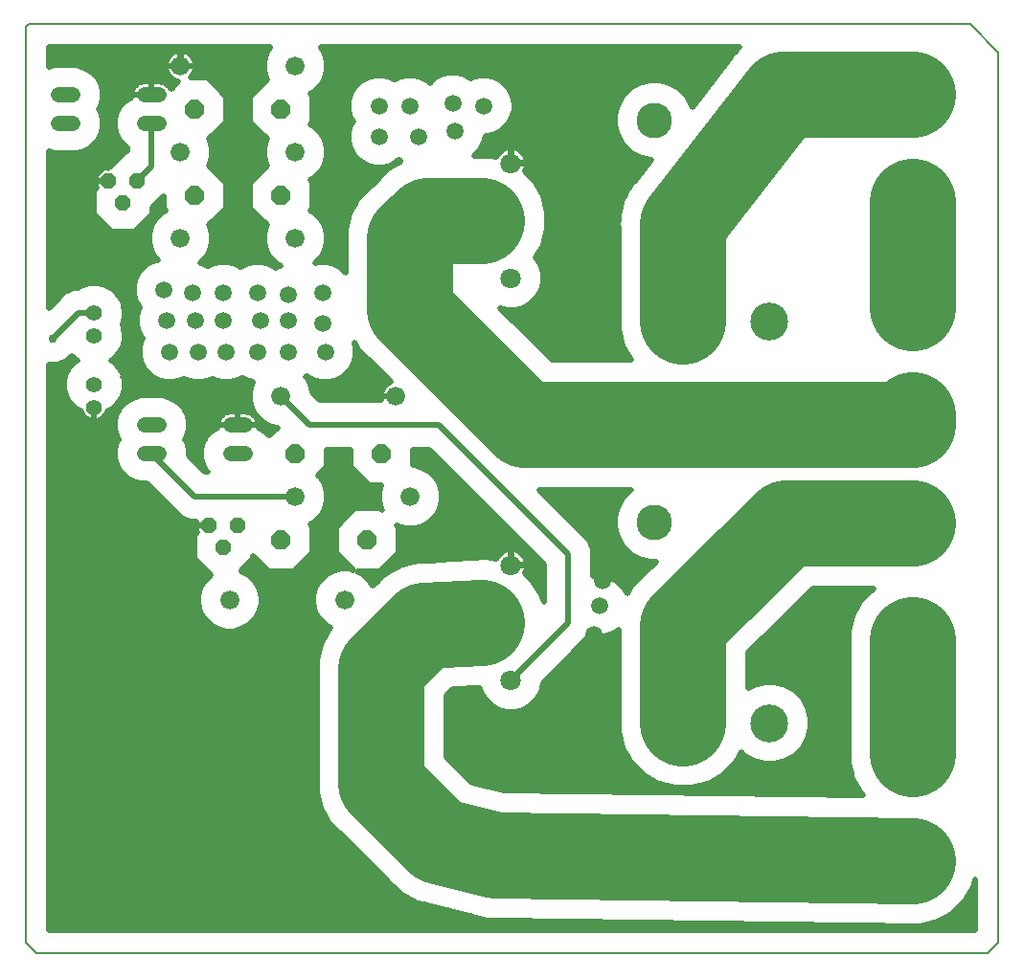
<source format=gbl>
G75*
%MOIN*%
%OFA0B0*%
%FSLAX25Y25*%
%IPPOS*%
%LPD*%
%AMOC8*
5,1,8,0,0,1.08239X$1,22.5*
%
%ADD10C,0.00787*%
%ADD11C,0.06600*%
%ADD12C,0.07087*%
%ADD13C,0.13189*%
%ADD14C,0.12362*%
%ADD15C,0.05200*%
%ADD16OC8,0.06600*%
%ADD17C,0.05600*%
%ADD18OC8,0.05200*%
%ADD19C,0.15000*%
%ADD20C,0.30000*%
%ADD21C,0.02978*%
%ADD22C,0.02000*%
%ADD23C,0.05906*%
D10*
X0043063Y0041803D02*
X0047000Y0037866D01*
X0377709Y0037866D01*
X0381646Y0041803D01*
X0381646Y0351843D01*
X0371803Y0361685D01*
X0044047Y0361685D01*
X0043063Y0360701D01*
X0043063Y0041803D01*
D11*
X0114126Y0161016D03*
X0154126Y0161016D03*
X0137000Y0197000D03*
X0177000Y0197000D03*
X0172000Y0232000D03*
X0132000Y0232000D03*
X0137000Y0287000D03*
X0137000Y0317000D03*
X0137000Y0347000D03*
X0097000Y0347000D03*
X0097000Y0317000D03*
X0097000Y0287000D03*
D12*
X0212000Y0273181D03*
X0212000Y0313181D03*
X0212000Y0173181D03*
X0212000Y0133181D03*
D13*
X0272000Y0118181D03*
X0302000Y0118181D03*
X0302000Y0258181D03*
X0272000Y0258181D03*
D14*
X0202000Y0293181D03*
X0262000Y0328181D03*
X0262000Y0188181D03*
X0202000Y0153181D03*
D15*
X0119600Y0212000D02*
X0114400Y0212000D01*
X0114400Y0222000D02*
X0119600Y0222000D01*
X0089600Y0222000D02*
X0084400Y0222000D01*
X0084400Y0212000D02*
X0089600Y0212000D01*
X0089600Y0327000D02*
X0084400Y0327000D01*
X0084400Y0337000D02*
X0089600Y0337000D01*
X0059600Y0337000D02*
X0054400Y0337000D01*
X0054400Y0327000D02*
X0059600Y0327000D01*
D16*
X0102000Y0332000D03*
X0132000Y0332000D03*
X0132000Y0302000D03*
X0102000Y0302000D03*
X0137000Y0212000D03*
X0167000Y0212000D03*
X0162000Y0182000D03*
X0132000Y0182000D03*
D17*
X0067000Y0228063D03*
X0067000Y0235937D03*
X0067000Y0253063D03*
X0067000Y0260937D03*
D18*
X0077000Y0299500D03*
X0072000Y0307000D03*
X0082000Y0307000D03*
X0107000Y0187000D03*
X0112000Y0179500D03*
X0117000Y0187000D03*
D19*
X0352000Y0187787D03*
X0352000Y0225189D03*
X0352000Y0262591D03*
X0352000Y0299598D03*
X0352000Y0337000D03*
X0352000Y0150386D03*
X0352000Y0107472D03*
X0352000Y0070071D03*
D20*
X0207000Y0072000D01*
X0187000Y0077000D01*
X0167000Y0097000D01*
X0167000Y0137000D01*
X0182000Y0152000D01*
X0202000Y0153181D01*
X0272000Y0152000D02*
X0272000Y0118181D01*
X0272000Y0152000D02*
X0307787Y0187787D01*
X0352000Y0187787D01*
X0352000Y0222000D02*
X0217000Y0222000D01*
X0177000Y0262000D01*
X0177000Y0287000D01*
X0183181Y0293181D01*
X0202000Y0293181D01*
X0272000Y0292000D02*
X0272000Y0258181D01*
X0272000Y0292000D02*
X0307000Y0337000D01*
X0352000Y0337000D01*
X0352000Y0299598D02*
X0352000Y0262591D01*
X0352000Y0225189D02*
X0352000Y0222000D01*
X0352000Y0147000D02*
X0352000Y0107472D01*
D21*
X0174953Y0137276D03*
X0167000Y0137000D03*
X0166094Y0129402D03*
X0052489Y0252000D03*
D22*
X0061426Y0260937D01*
X0067000Y0260937D01*
X0077400Y0260781D02*
X0082005Y0260781D01*
X0081723Y0259728D02*
X0081723Y0256949D01*
X0082442Y0254265D01*
X0083708Y0252073D01*
X0083426Y0251585D01*
X0082707Y0248901D01*
X0082707Y0246123D01*
X0083426Y0243439D01*
X0084816Y0241032D01*
X0086780Y0239068D01*
X0089187Y0237678D01*
X0091871Y0236959D01*
X0094649Y0236959D01*
X0097333Y0237678D01*
X0098181Y0238168D01*
X0099029Y0237678D01*
X0101713Y0236959D01*
X0104492Y0236959D01*
X0107176Y0237678D01*
X0108024Y0238168D01*
X0108872Y0237678D01*
X0111556Y0236959D01*
X0114334Y0236959D01*
X0117018Y0237678D01*
X0118358Y0238452D01*
X0119698Y0237678D01*
X0122291Y0236984D01*
X0121843Y0236207D01*
X0121100Y0233435D01*
X0121100Y0230565D01*
X0121843Y0227793D01*
X0123278Y0225307D01*
X0125307Y0223278D01*
X0127793Y0221843D01*
X0130565Y0221100D01*
X0130685Y0221100D01*
X0127794Y0218208D01*
X0127762Y0218263D01*
X0125863Y0220162D01*
X0124125Y0221165D01*
X0124200Y0221638D01*
X0124200Y0222000D01*
X0124200Y0222362D01*
X0124087Y0223077D01*
X0123863Y0223766D01*
X0123534Y0224411D01*
X0123109Y0224997D01*
X0122597Y0225509D01*
X0122011Y0225934D01*
X0121366Y0226263D01*
X0120677Y0226487D01*
X0119962Y0226600D01*
X0117000Y0226600D01*
X0117000Y0222200D01*
X0117000Y0222200D01*
X0117000Y0226600D01*
X0114038Y0226600D01*
X0113323Y0226487D01*
X0112634Y0226263D01*
X0111989Y0225934D01*
X0111403Y0225509D01*
X0110891Y0224997D01*
X0110466Y0224411D01*
X0110137Y0223766D01*
X0109913Y0223077D01*
X0109800Y0222362D01*
X0109800Y0222000D01*
X0112311Y0222000D01*
X0112311Y0222000D01*
X0109800Y0222000D01*
X0109800Y0221638D01*
X0109875Y0221165D01*
X0108137Y0220162D01*
X0106238Y0218263D01*
X0104895Y0215937D01*
X0104200Y0213343D01*
X0104200Y0210657D01*
X0104895Y0208063D01*
X0106238Y0205737D01*
X0106375Y0205600D01*
X0105562Y0205600D01*
X0099800Y0211362D01*
X0099800Y0213343D01*
X0099105Y0215937D01*
X0098491Y0217000D01*
X0099105Y0218063D01*
X0099800Y0220657D01*
X0099800Y0223343D01*
X0099105Y0225937D01*
X0097762Y0228263D01*
X0095863Y0230162D01*
X0093537Y0231505D01*
X0090943Y0232200D01*
X0083057Y0232200D01*
X0080463Y0231505D01*
X0078137Y0230162D01*
X0076238Y0228263D01*
X0074895Y0225937D01*
X0074200Y0223343D01*
X0074200Y0220657D01*
X0074895Y0218063D01*
X0075509Y0217000D01*
X0074895Y0215937D01*
X0074200Y0213343D01*
X0074200Y0210657D01*
X0074895Y0208063D01*
X0076238Y0205737D01*
X0078137Y0203838D01*
X0080463Y0202495D01*
X0083057Y0201800D01*
X0085038Y0201800D01*
X0094709Y0192128D01*
X0097128Y0189709D01*
X0100289Y0188400D01*
X0102400Y0188400D01*
X0102400Y0187000D01*
X0105075Y0187000D01*
X0102400Y0187000D01*
X0102400Y0185095D01*
X0102785Y0184710D01*
X0101800Y0183725D01*
X0101800Y0175275D01*
X0107385Y0169690D01*
X0105404Y0167709D01*
X0103969Y0165223D01*
X0103226Y0162451D01*
X0103226Y0159581D01*
X0103969Y0156809D01*
X0105404Y0154323D01*
X0107433Y0152294D01*
X0109919Y0150859D01*
X0112691Y0150116D01*
X0115561Y0150116D01*
X0118333Y0150859D01*
X0120819Y0152294D01*
X0122848Y0154323D01*
X0124283Y0156809D01*
X0125026Y0159581D01*
X0125026Y0162451D01*
X0124283Y0165223D01*
X0122848Y0167709D01*
X0120819Y0169738D01*
X0118333Y0171173D01*
X0118148Y0171223D01*
X0122200Y0175275D01*
X0122200Y0176385D01*
X0127485Y0171100D01*
X0136515Y0171100D01*
X0142900Y0177485D01*
X0142900Y0186515D01*
X0142073Y0187342D01*
X0143693Y0188278D01*
X0145722Y0190307D01*
X0147157Y0192793D01*
X0147900Y0195565D01*
X0147900Y0198435D01*
X0147157Y0201207D01*
X0145722Y0203693D01*
X0144915Y0204500D01*
X0147900Y0207485D01*
X0147900Y0213400D01*
X0156100Y0213400D01*
X0156100Y0207485D01*
X0162485Y0201100D01*
X0166814Y0201100D01*
X0166100Y0198435D01*
X0166100Y0195565D01*
X0166843Y0192793D01*
X0167144Y0192271D01*
X0166515Y0192900D01*
X0157485Y0192900D01*
X0151100Y0186515D01*
X0151100Y0177485D01*
X0157075Y0171510D01*
X0155561Y0171916D01*
X0152691Y0171916D01*
X0149919Y0171173D01*
X0147433Y0169738D01*
X0145404Y0167709D01*
X0143969Y0165223D01*
X0143226Y0162451D01*
X0143226Y0159581D01*
X0143969Y0156809D01*
X0145404Y0154323D01*
X0147433Y0152294D01*
X0149271Y0151232D01*
X0148916Y0150877D01*
X0145940Y0145723D01*
X0144400Y0139975D01*
X0144400Y0094025D01*
X0145940Y0088277D01*
X0148916Y0083123D01*
X0153123Y0078916D01*
X0153123Y0078916D01*
X0169052Y0062987D01*
X0169151Y0062821D01*
X0171154Y0060885D01*
X0173123Y0058916D01*
X0173291Y0058819D01*
X0173429Y0058685D01*
X0175865Y0057333D01*
X0178277Y0055940D01*
X0178463Y0055890D01*
X0178632Y0055796D01*
X0181334Y0055121D01*
X0184025Y0054400D01*
X0184218Y0054400D01*
X0201188Y0050157D01*
X0203724Y0049442D01*
X0204070Y0049437D01*
X0204405Y0049353D01*
X0207040Y0049397D01*
X0354674Y0047433D01*
X0360442Y0048897D01*
X0365635Y0051803D01*
X0369898Y0055955D01*
X0372942Y0061068D01*
X0373652Y0063584D01*
X0373652Y0045860D01*
X0051057Y0045860D01*
X0051057Y0242911D01*
X0054297Y0242911D01*
X0057637Y0244295D01*
X0059349Y0246006D01*
X0060614Y0244741D01*
X0061032Y0244500D01*
X0060614Y0244259D01*
X0058678Y0242323D01*
X0057309Y0239951D01*
X0056600Y0237306D01*
X0056600Y0234568D01*
X0057309Y0231923D01*
X0058678Y0229551D01*
X0060614Y0227615D01*
X0062441Y0226560D01*
X0062552Y0226220D01*
X0062895Y0225547D01*
X0063339Y0224936D01*
X0063873Y0224402D01*
X0064484Y0223958D01*
X0065157Y0223615D01*
X0065876Y0223381D01*
X0066622Y0223263D01*
X0067000Y0223263D01*
X0067378Y0223263D01*
X0068124Y0223381D01*
X0068843Y0223615D01*
X0069516Y0223958D01*
X0070127Y0224402D01*
X0070661Y0224936D01*
X0071105Y0225547D01*
X0071448Y0226220D01*
X0071559Y0226560D01*
X0073386Y0227615D01*
X0075322Y0229551D01*
X0076691Y0231923D01*
X0077400Y0234568D01*
X0077400Y0237306D01*
X0076691Y0239951D01*
X0075322Y0242323D01*
X0073386Y0244259D01*
X0072968Y0244500D01*
X0073386Y0244741D01*
X0075322Y0246677D01*
X0076691Y0249049D01*
X0077400Y0251694D01*
X0077400Y0254432D01*
X0076712Y0257000D01*
X0077400Y0259568D01*
X0077400Y0262306D01*
X0076691Y0264951D01*
X0075322Y0267323D01*
X0073386Y0269259D01*
X0071014Y0270628D01*
X0068369Y0271337D01*
X0065631Y0271337D01*
X0062986Y0270628D01*
X0061096Y0269537D01*
X0059715Y0269537D01*
X0056554Y0268228D01*
X0054135Y0265809D01*
X0051057Y0262730D01*
X0051057Y0317336D01*
X0053057Y0316800D01*
X0060943Y0316800D01*
X0063537Y0317495D01*
X0065863Y0318838D01*
X0067762Y0320737D01*
X0069105Y0323063D01*
X0069800Y0325657D01*
X0069800Y0328343D01*
X0069105Y0330937D01*
X0068491Y0332000D01*
X0069105Y0333063D01*
X0069800Y0335657D01*
X0069800Y0338343D01*
X0069105Y0340937D01*
X0067762Y0343263D01*
X0065863Y0345162D01*
X0063537Y0346505D01*
X0060943Y0347200D01*
X0053057Y0347200D01*
X0051057Y0346664D01*
X0051057Y0353691D01*
X0128277Y0353691D01*
X0126843Y0351207D01*
X0126100Y0348435D01*
X0126100Y0345565D01*
X0126843Y0342793D01*
X0127039Y0342454D01*
X0121100Y0336515D01*
X0121100Y0327485D01*
X0127039Y0321546D01*
X0126843Y0321207D01*
X0126100Y0318435D01*
X0126100Y0315565D01*
X0126843Y0312793D01*
X0127039Y0312454D01*
X0121100Y0306515D01*
X0121100Y0297485D01*
X0127039Y0291546D01*
X0126843Y0291207D01*
X0126100Y0288435D01*
X0126100Y0285565D01*
X0126843Y0282793D01*
X0128278Y0280307D01*
X0130307Y0278278D01*
X0131852Y0277386D01*
X0130525Y0277030D01*
X0130037Y0276749D01*
X0127845Y0278015D01*
X0125161Y0278734D01*
X0122382Y0278734D01*
X0119698Y0278015D01*
X0117866Y0276957D01*
X0116034Y0278015D01*
X0113350Y0278734D01*
X0110571Y0278734D01*
X0107887Y0278015D01*
X0106547Y0277241D01*
X0105207Y0278015D01*
X0103805Y0278390D01*
X0105722Y0280307D01*
X0107157Y0282793D01*
X0107900Y0285565D01*
X0107900Y0288435D01*
X0107157Y0291207D01*
X0106961Y0291546D01*
X0112900Y0297485D01*
X0112900Y0306515D01*
X0106961Y0312454D01*
X0107157Y0312793D01*
X0107900Y0315565D01*
X0107900Y0318435D01*
X0107157Y0321207D01*
X0106961Y0321546D01*
X0112900Y0327485D01*
X0112900Y0336515D01*
X0106515Y0342900D01*
X0100374Y0342900D01*
X0100453Y0342957D01*
X0101043Y0343547D01*
X0101533Y0344222D01*
X0101912Y0344966D01*
X0102169Y0345759D01*
X0102300Y0346583D01*
X0102300Y0346900D01*
X0097100Y0346900D01*
X0097100Y0347100D01*
X0096900Y0347100D01*
X0096900Y0352300D01*
X0096583Y0352300D01*
X0095759Y0352169D01*
X0094966Y0351912D01*
X0094222Y0351533D01*
X0093547Y0351043D01*
X0092957Y0350453D01*
X0092467Y0349778D01*
X0092088Y0349034D01*
X0091830Y0348241D01*
X0091700Y0347417D01*
X0091700Y0347100D01*
X0096900Y0347100D01*
X0096900Y0346900D01*
X0091700Y0346900D01*
X0091700Y0346583D01*
X0091830Y0345759D01*
X0092088Y0344966D01*
X0092467Y0344222D01*
X0092957Y0343547D01*
X0093547Y0342957D01*
X0094222Y0342467D01*
X0094966Y0342088D01*
X0095759Y0341830D01*
X0096326Y0341741D01*
X0093690Y0339105D01*
X0093534Y0339411D01*
X0093109Y0339997D01*
X0092597Y0340509D01*
X0092011Y0340934D01*
X0091366Y0341263D01*
X0090677Y0341487D01*
X0089962Y0341600D01*
X0087000Y0341600D01*
X0087000Y0337200D01*
X0087000Y0337200D01*
X0087000Y0341600D01*
X0084038Y0341600D01*
X0083323Y0341487D01*
X0082634Y0341263D01*
X0081989Y0340934D01*
X0081403Y0340509D01*
X0080891Y0339997D01*
X0080466Y0339411D01*
X0080137Y0338766D01*
X0079913Y0338077D01*
X0079800Y0337362D01*
X0079800Y0337000D01*
X0082311Y0337000D01*
X0082311Y0337000D01*
X0079800Y0337000D01*
X0079800Y0336638D01*
X0079875Y0336165D01*
X0078137Y0335162D01*
X0076238Y0333263D01*
X0074895Y0330937D01*
X0074200Y0328343D01*
X0074200Y0325657D01*
X0074895Y0323063D01*
X0076238Y0320737D01*
X0078137Y0318838D01*
X0078400Y0318686D01*
X0078400Y0317200D01*
X0077775Y0317200D01*
X0072175Y0311600D01*
X0072000Y0311600D01*
X0072000Y0311425D01*
X0072000Y0311425D01*
X0072000Y0311600D01*
X0070095Y0311600D01*
X0067400Y0308905D01*
X0067400Y0307000D01*
X0070075Y0307000D01*
X0067400Y0307000D01*
X0067400Y0305095D01*
X0067785Y0304710D01*
X0066800Y0303725D01*
X0066800Y0295275D01*
X0072775Y0289300D01*
X0081225Y0289300D01*
X0087200Y0295275D01*
X0087200Y0297775D01*
X0091100Y0301675D01*
X0091100Y0297485D01*
X0091927Y0296658D01*
X0090307Y0295722D01*
X0088278Y0293693D01*
X0086843Y0291207D01*
X0086100Y0288435D01*
X0086100Y0285565D01*
X0086843Y0282793D01*
X0088278Y0280307D01*
X0089086Y0279499D01*
X0087218Y0278999D01*
X0084812Y0277610D01*
X0082847Y0275645D01*
X0081458Y0273239D01*
X0080739Y0270555D01*
X0080739Y0267776D01*
X0081458Y0265092D01*
X0082724Y0262900D01*
X0082442Y0262412D01*
X0081723Y0259728D01*
X0081723Y0258783D02*
X0077190Y0258783D01*
X0076770Y0256784D02*
X0081767Y0256784D01*
X0082303Y0254786D02*
X0077305Y0254786D01*
X0077400Y0252787D02*
X0083295Y0252787D01*
X0083213Y0250789D02*
X0077157Y0250789D01*
X0076542Y0248790D02*
X0082707Y0248790D01*
X0082707Y0246792D02*
X0075388Y0246792D01*
X0073438Y0244793D02*
X0083063Y0244793D01*
X0083798Y0242795D02*
X0074850Y0242795D01*
X0076204Y0240796D02*
X0085052Y0240796D01*
X0087248Y0238798D02*
X0077000Y0238798D01*
X0077400Y0236799D02*
X0122184Y0236799D01*
X0121466Y0234801D02*
X0077400Y0234801D01*
X0076927Y0232802D02*
X0121100Y0232802D01*
X0121100Y0230803D02*
X0094752Y0230803D01*
X0097220Y0228805D02*
X0121572Y0228805D01*
X0122412Y0226806D02*
X0098603Y0226806D01*
X0099407Y0224808D02*
X0110754Y0224808D01*
X0109871Y0222809D02*
X0099800Y0222809D01*
X0099800Y0220811D02*
X0109261Y0220811D01*
X0106787Y0218812D02*
X0099306Y0218812D01*
X0098599Y0216814D02*
X0105401Y0216814D01*
X0104595Y0214815D02*
X0099405Y0214815D01*
X0099800Y0212817D02*
X0104200Y0212817D01*
X0104200Y0210818D02*
X0100344Y0210818D01*
X0102342Y0208820D02*
X0104692Y0208820D01*
X0104341Y0206821D02*
X0105612Y0206821D01*
X0102000Y0197000D02*
X0137000Y0197000D01*
X0147900Y0196829D02*
X0166100Y0196829D01*
X0166205Y0198827D02*
X0147795Y0198827D01*
X0147259Y0200826D02*
X0166741Y0200826D01*
X0160761Y0202824D02*
X0146224Y0202824D01*
X0145238Y0204823D02*
X0158762Y0204823D01*
X0156764Y0206821D02*
X0147236Y0206821D01*
X0147900Y0208820D02*
X0156100Y0208820D01*
X0156100Y0210818D02*
X0147900Y0210818D01*
X0147900Y0212817D02*
X0156100Y0212817D01*
X0142000Y0222000D02*
X0132000Y0232000D01*
X0142534Y0234801D02*
X0167484Y0234801D01*
X0167467Y0234778D02*
X0167088Y0234034D01*
X0166830Y0233241D01*
X0166700Y0232417D01*
X0166700Y0232100D01*
X0171900Y0232100D01*
X0171900Y0231900D01*
X0166700Y0231900D01*
X0166700Y0231583D01*
X0166830Y0230759D01*
X0166882Y0230600D01*
X0145562Y0230600D01*
X0142900Y0233262D01*
X0142900Y0233435D01*
X0142157Y0236207D01*
X0140722Y0238693D01*
X0140615Y0238800D01*
X0140996Y0239020D01*
X0143320Y0237678D01*
X0146004Y0236959D01*
X0148783Y0236959D01*
X0151467Y0237678D01*
X0153873Y0239068D01*
X0155838Y0241032D01*
X0157227Y0243439D01*
X0157946Y0246123D01*
X0157946Y0248901D01*
X0157496Y0250582D01*
X0158916Y0248123D01*
X0163123Y0243916D01*
X0163123Y0243916D01*
X0170087Y0236951D01*
X0169966Y0236912D01*
X0169222Y0236533D01*
X0168547Y0236043D01*
X0167957Y0235453D01*
X0167467Y0234778D01*
X0166761Y0232802D02*
X0143360Y0232802D01*
X0145359Y0230803D02*
X0166823Y0230803D01*
X0169744Y0236799D02*
X0141816Y0236799D01*
X0141382Y0238798D02*
X0140617Y0238798D01*
X0153406Y0238798D02*
X0168241Y0238798D01*
X0166243Y0240796D02*
X0155602Y0240796D01*
X0156855Y0242795D02*
X0164244Y0242795D01*
X0162246Y0244793D02*
X0157590Y0244793D01*
X0157946Y0246792D02*
X0160247Y0246792D01*
X0158530Y0248790D02*
X0157946Y0248790D01*
X0154400Y0275114D02*
X0152889Y0276625D01*
X0150483Y0278015D01*
X0147799Y0278734D01*
X0145020Y0278734D01*
X0143830Y0278415D01*
X0145722Y0280307D01*
X0147157Y0282793D01*
X0147900Y0285565D01*
X0147900Y0288435D01*
X0147157Y0291207D01*
X0145722Y0293693D01*
X0143693Y0295722D01*
X0142073Y0296658D01*
X0142900Y0297485D01*
X0142900Y0306515D01*
X0142073Y0307342D01*
X0143693Y0308278D01*
X0145722Y0310307D01*
X0147157Y0312793D01*
X0147900Y0315565D01*
X0147900Y0318435D01*
X0147157Y0321207D01*
X0145722Y0323693D01*
X0143693Y0325722D01*
X0142073Y0326658D01*
X0142900Y0327485D01*
X0142900Y0336515D01*
X0142073Y0337342D01*
X0143693Y0338278D01*
X0145722Y0340307D01*
X0147157Y0342793D01*
X0147900Y0345565D01*
X0147900Y0348435D01*
X0147157Y0351207D01*
X0145723Y0353691D01*
X0291605Y0353691D01*
X0290987Y0353224D01*
X0290024Y0351986D01*
X0288916Y0350877D01*
X0288206Y0349647D01*
X0275048Y0332730D01*
X0274842Y0333500D01*
X0273028Y0336643D01*
X0270462Y0339209D01*
X0267319Y0341023D01*
X0263814Y0341962D01*
X0260186Y0341962D01*
X0256681Y0341023D01*
X0253538Y0339209D01*
X0250972Y0336643D01*
X0249158Y0333500D01*
X0248219Y0329995D01*
X0248219Y0326367D01*
X0249158Y0322862D01*
X0250972Y0319719D01*
X0253538Y0317153D01*
X0256681Y0315339D01*
X0260186Y0314400D01*
X0260791Y0314400D01*
X0255024Y0306986D01*
X0253916Y0305877D01*
X0253206Y0304647D01*
X0252334Y0303526D01*
X0251724Y0302081D01*
X0250940Y0300723D01*
X0250573Y0299352D01*
X0250021Y0298044D01*
X0249806Y0296490D01*
X0249400Y0294975D01*
X0249400Y0293556D01*
X0249205Y0292149D01*
X0249400Y0290593D01*
X0249400Y0255206D01*
X0250940Y0249458D01*
X0253745Y0244600D01*
X0226361Y0244600D01*
X0208334Y0262627D01*
X0210533Y0262038D01*
X0213467Y0262038D01*
X0216301Y0262797D01*
X0218842Y0264264D01*
X0220917Y0266339D01*
X0222384Y0268880D01*
X0223143Y0271714D01*
X0223143Y0274648D01*
X0222384Y0277482D01*
X0220917Y0280023D01*
X0220652Y0280288D01*
X0223060Y0284458D01*
X0224600Y0290206D01*
X0224600Y0296156D01*
X0223060Y0301904D01*
X0220084Y0307058D01*
X0216783Y0310359D01*
X0217137Y0311053D01*
X0217407Y0311883D01*
X0217543Y0312745D01*
X0217543Y0313030D01*
X0212822Y0313030D01*
X0212296Y0313333D01*
X0217543Y0313333D01*
X0217543Y0313617D01*
X0217407Y0314479D01*
X0217137Y0315309D01*
X0216741Y0316086D01*
X0216228Y0316792D01*
X0215611Y0317409D01*
X0214905Y0317922D01*
X0214128Y0318318D01*
X0213298Y0318588D01*
X0212436Y0318724D01*
X0212152Y0318724D01*
X0212152Y0313416D01*
X0211848Y0313591D01*
X0211848Y0318724D01*
X0211564Y0318724D01*
X0210702Y0318588D01*
X0209872Y0318318D01*
X0209095Y0317922D01*
X0208389Y0317409D01*
X0207772Y0316792D01*
X0207259Y0316086D01*
X0206863Y0315309D01*
X0206853Y0315278D01*
X0204975Y0315781D01*
X0199048Y0315781D01*
X0199149Y0315839D01*
X0201114Y0317804D01*
X0202503Y0320210D01*
X0203140Y0322589D01*
X0203901Y0322589D01*
X0206585Y0323308D01*
X0208991Y0324697D01*
X0210956Y0326662D01*
X0212345Y0329069D01*
X0213065Y0331752D01*
X0213065Y0334531D01*
X0212345Y0337215D01*
X0210956Y0339621D01*
X0208991Y0341586D01*
X0206585Y0342975D01*
X0203901Y0343694D01*
X0201123Y0343694D01*
X0198439Y0342975D01*
X0197951Y0342694D01*
X0195758Y0343960D01*
X0193074Y0344679D01*
X0190296Y0344679D01*
X0187612Y0343960D01*
X0185205Y0342570D01*
X0183811Y0341176D01*
X0183401Y0341586D01*
X0180994Y0342975D01*
X0178311Y0343694D01*
X0175532Y0343694D01*
X0172848Y0342975D01*
X0171508Y0342202D01*
X0170168Y0342975D01*
X0167484Y0343694D01*
X0164705Y0343694D01*
X0162021Y0342975D01*
X0159615Y0341586D01*
X0157650Y0339621D01*
X0156261Y0337215D01*
X0155542Y0334531D01*
X0155542Y0331752D01*
X0156261Y0329069D01*
X0157035Y0327728D01*
X0156261Y0326388D01*
X0155542Y0323704D01*
X0155542Y0320926D01*
X0156261Y0318242D01*
X0157650Y0315835D01*
X0159615Y0313871D01*
X0162021Y0312481D01*
X0164705Y0311762D01*
X0167484Y0311762D01*
X0170168Y0312481D01*
X0172574Y0313871D01*
X0172984Y0314281D01*
X0173394Y0313871D01*
X0173605Y0313749D01*
X0169304Y0311266D01*
X0165097Y0307058D01*
X0158916Y0300877D01*
X0155940Y0295723D01*
X0154400Y0289975D01*
X0154400Y0275114D01*
X0154400Y0276769D02*
X0152640Y0276769D01*
X0154400Y0278768D02*
X0144183Y0278768D01*
X0145987Y0280766D02*
X0154400Y0280766D01*
X0154400Y0282765D02*
X0147141Y0282765D01*
X0147685Y0284763D02*
X0154400Y0284763D01*
X0154400Y0286762D02*
X0147900Y0286762D01*
X0147813Y0288760D02*
X0154400Y0288760D01*
X0154610Y0290759D02*
X0147277Y0290759D01*
X0146262Y0292757D02*
X0155145Y0292757D01*
X0155681Y0294756D02*
X0144659Y0294756D01*
X0142169Y0296754D02*
X0156535Y0296754D01*
X0157689Y0298753D02*
X0142900Y0298753D01*
X0142900Y0300751D02*
X0158843Y0300751D01*
X0160789Y0302750D02*
X0142900Y0302750D01*
X0142900Y0304748D02*
X0162787Y0304748D01*
X0164786Y0306747D02*
X0142668Y0306747D01*
X0144160Y0308745D02*
X0166784Y0308745D01*
X0168783Y0310744D02*
X0145974Y0310744D01*
X0147128Y0312742D02*
X0161569Y0312742D01*
X0158745Y0314741D02*
X0147679Y0314741D01*
X0147900Y0316739D02*
X0157128Y0316739D01*
X0156128Y0318738D02*
X0147819Y0318738D01*
X0147283Y0320737D02*
X0155592Y0320737D01*
X0155542Y0322735D02*
X0146275Y0322735D01*
X0144681Y0324734D02*
X0155818Y0324734D01*
X0156459Y0326732D02*
X0142147Y0326732D01*
X0142900Y0328731D02*
X0156456Y0328731D01*
X0155816Y0330729D02*
X0142900Y0330729D01*
X0142900Y0332728D02*
X0155542Y0332728D01*
X0155594Y0334726D02*
X0142900Y0334726D01*
X0142690Y0336725D02*
X0156130Y0336725D01*
X0157132Y0338723D02*
X0144138Y0338723D01*
X0145961Y0340722D02*
X0158751Y0340722D01*
X0161579Y0342720D02*
X0147115Y0342720D01*
X0147673Y0344719D02*
X0284372Y0344719D01*
X0285927Y0346717D02*
X0147900Y0346717D01*
X0147825Y0348716D02*
X0287481Y0348716D01*
X0288822Y0350714D02*
X0147289Y0350714D01*
X0146288Y0352713D02*
X0290590Y0352713D01*
X0282818Y0342720D02*
X0207027Y0342720D01*
X0209856Y0340722D02*
X0256159Y0340722D01*
X0253053Y0338723D02*
X0211475Y0338723D01*
X0212477Y0336725D02*
X0251054Y0336725D01*
X0249866Y0334726D02*
X0213012Y0334726D01*
X0213065Y0332728D02*
X0248951Y0332728D01*
X0248415Y0330729D02*
X0212790Y0330729D01*
X0212150Y0328731D02*
X0248219Y0328731D01*
X0248219Y0326732D02*
X0210996Y0326732D01*
X0209027Y0324734D02*
X0248657Y0324734D01*
X0249231Y0322735D02*
X0204446Y0322735D01*
X0202644Y0320737D02*
X0250385Y0320737D01*
X0251954Y0318738D02*
X0201653Y0318738D01*
X0200049Y0316739D02*
X0207733Y0316739D01*
X0211848Y0316739D02*
X0212152Y0316739D01*
X0212152Y0314741D02*
X0211848Y0314741D01*
X0216267Y0316739D02*
X0254255Y0316739D01*
X0258913Y0314741D02*
X0217322Y0314741D01*
X0217543Y0312742D02*
X0259502Y0312742D01*
X0257948Y0310744D02*
X0216980Y0310744D01*
X0218397Y0308745D02*
X0256393Y0308745D01*
X0254786Y0306747D02*
X0220264Y0306747D01*
X0221418Y0304748D02*
X0253264Y0304748D01*
X0252006Y0302750D02*
X0222572Y0302750D01*
X0223369Y0300751D02*
X0250956Y0300751D01*
X0250320Y0298753D02*
X0223904Y0298753D01*
X0224440Y0296754D02*
X0249842Y0296754D01*
X0249400Y0294756D02*
X0224600Y0294756D01*
X0224600Y0292757D02*
X0249290Y0292757D01*
X0249379Y0290759D02*
X0224600Y0290759D01*
X0224213Y0288760D02*
X0249400Y0288760D01*
X0249400Y0286762D02*
X0223677Y0286762D01*
X0223142Y0284763D02*
X0249400Y0284763D01*
X0249400Y0282765D02*
X0222082Y0282765D01*
X0220929Y0280766D02*
X0249400Y0280766D01*
X0249400Y0278768D02*
X0221642Y0278768D01*
X0222575Y0276769D02*
X0249400Y0276769D01*
X0249400Y0274771D02*
X0223110Y0274771D01*
X0223143Y0272772D02*
X0249400Y0272772D01*
X0249400Y0270774D02*
X0222891Y0270774D01*
X0222323Y0268775D02*
X0249400Y0268775D01*
X0249400Y0266777D02*
X0221170Y0266777D01*
X0219356Y0264778D02*
X0249400Y0264778D01*
X0249400Y0262780D02*
X0216236Y0262780D01*
X0212179Y0258783D02*
X0249400Y0258783D01*
X0249400Y0260781D02*
X0210180Y0260781D01*
X0214177Y0256784D02*
X0249400Y0256784D01*
X0249513Y0254786D02*
X0216176Y0254786D01*
X0218174Y0252787D02*
X0250048Y0252787D01*
X0250584Y0250789D02*
X0220173Y0250789D01*
X0222171Y0248790D02*
X0251326Y0248790D01*
X0252480Y0246792D02*
X0224170Y0246792D01*
X0226168Y0244793D02*
X0253633Y0244793D01*
X0253870Y0199400D02*
X0221762Y0199400D01*
X0239291Y0181872D01*
X0240600Y0178711D01*
X0240600Y0175289D01*
X0240600Y0169247D01*
X0241477Y0169482D01*
X0244255Y0169482D01*
X0246939Y0168763D01*
X0249346Y0167373D01*
X0251310Y0165409D01*
X0252478Y0163387D01*
X0253916Y0165877D01*
X0262439Y0174400D01*
X0260186Y0174400D01*
X0256681Y0175339D01*
X0253538Y0177153D01*
X0250972Y0179719D01*
X0249158Y0182862D01*
X0248219Y0186367D01*
X0248219Y0189995D01*
X0249158Y0193500D01*
X0250972Y0196643D01*
X0253538Y0199209D01*
X0253870Y0199400D01*
X0253157Y0198827D02*
X0222335Y0198827D01*
X0224333Y0196829D02*
X0251158Y0196829D01*
X0249926Y0194830D02*
X0226332Y0194830D01*
X0228330Y0192832D02*
X0248979Y0192832D01*
X0248443Y0190833D02*
X0230329Y0190833D01*
X0232327Y0188835D02*
X0248219Y0188835D01*
X0248219Y0186836D02*
X0234326Y0186836D01*
X0236324Y0184838D02*
X0248629Y0184838D01*
X0249171Y0182839D02*
X0238323Y0182839D01*
X0239718Y0180841D02*
X0250325Y0180841D01*
X0251849Y0178842D02*
X0240545Y0178842D01*
X0240600Y0176844D02*
X0254075Y0176844D01*
X0258524Y0174845D02*
X0240600Y0174845D01*
X0240600Y0172847D02*
X0260885Y0172847D01*
X0258887Y0170848D02*
X0240600Y0170848D01*
X0246615Y0168850D02*
X0256888Y0168850D01*
X0254890Y0166851D02*
X0249868Y0166851D01*
X0251631Y0164853D02*
X0253324Y0164853D01*
X0249400Y0150539D02*
X0249400Y0115206D01*
X0250940Y0109458D01*
X0253916Y0104304D01*
X0258123Y0100097D01*
X0263277Y0097121D01*
X0269025Y0095581D01*
X0274975Y0095581D01*
X0280723Y0097121D01*
X0285877Y0100097D01*
X0290084Y0104304D01*
X0292177Y0107930D01*
X0293284Y0106823D01*
X0296521Y0104954D01*
X0300131Y0103987D01*
X0303869Y0103987D01*
X0307479Y0104954D01*
X0310716Y0106823D01*
X0313358Y0109465D01*
X0315227Y0112702D01*
X0316194Y0116312D01*
X0316194Y0120050D01*
X0315227Y0123660D01*
X0313358Y0126897D01*
X0310716Y0129540D01*
X0307479Y0131408D01*
X0303869Y0132376D01*
X0300131Y0132376D01*
X0296521Y0131408D01*
X0294600Y0130299D01*
X0294600Y0142639D01*
X0317149Y0165187D01*
X0338302Y0165187D01*
X0338123Y0165084D01*
X0333916Y0160877D01*
X0330940Y0155723D01*
X0329400Y0149975D01*
X0329400Y0104497D01*
X0330940Y0098749D01*
X0333916Y0093596D01*
X0334607Y0092904D01*
X0209930Y0094563D01*
X0198554Y0097407D01*
X0189600Y0106361D01*
X0189600Y0127639D01*
X0191907Y0129946D01*
X0201184Y0130494D01*
X0201616Y0128880D01*
X0203083Y0126339D01*
X0205158Y0124264D01*
X0207699Y0122797D01*
X0210533Y0122038D01*
X0213467Y0122038D01*
X0216301Y0122797D01*
X0218842Y0124264D01*
X0220917Y0126339D01*
X0222384Y0128880D01*
X0223143Y0131714D01*
X0223143Y0132162D01*
X0236872Y0145890D01*
X0239291Y0148310D01*
X0239534Y0148897D01*
X0241477Y0148376D01*
X0244255Y0148376D01*
X0246939Y0149096D01*
X0249346Y0150485D01*
X0249400Y0150539D01*
X0249400Y0148865D02*
X0246077Y0148865D01*
X0249400Y0146866D02*
X0237847Y0146866D01*
X0239521Y0148865D02*
X0239655Y0148865D01*
X0235849Y0144868D02*
X0249400Y0144868D01*
X0249400Y0142869D02*
X0233850Y0142869D01*
X0231852Y0140870D02*
X0249400Y0140870D01*
X0249400Y0138872D02*
X0229853Y0138872D01*
X0227855Y0136873D02*
X0249400Y0136873D01*
X0249400Y0134875D02*
X0225856Y0134875D01*
X0223858Y0132876D02*
X0249400Y0132876D01*
X0249400Y0130878D02*
X0222919Y0130878D01*
X0222384Y0128879D02*
X0249400Y0128879D01*
X0249400Y0126881D02*
X0221230Y0126881D01*
X0219460Y0124882D02*
X0249400Y0124882D01*
X0249400Y0122884D02*
X0216451Y0122884D01*
X0207549Y0122884D02*
X0189600Y0122884D01*
X0189600Y0124882D02*
X0204540Y0124882D01*
X0202770Y0126881D02*
X0189600Y0126881D01*
X0190841Y0128879D02*
X0201616Y0128879D01*
X0212000Y0133181D02*
X0232000Y0153181D01*
X0232000Y0177000D01*
X0187000Y0222000D01*
X0142000Y0222000D01*
X0130396Y0220811D02*
X0124739Y0220811D01*
X0124200Y0222000D02*
X0121689Y0222000D01*
X0124200Y0222000D01*
X0124129Y0222809D02*
X0126118Y0222809D01*
X0123777Y0224808D02*
X0123246Y0224808D01*
X0121689Y0222000D02*
X0121689Y0222000D01*
X0117000Y0222809D02*
X0117000Y0222809D01*
X0117000Y0224808D02*
X0117000Y0224808D01*
X0127213Y0218812D02*
X0128398Y0218812D01*
X0102000Y0197000D02*
X0087000Y0212000D01*
X0077152Y0204823D02*
X0051057Y0204823D01*
X0051057Y0206821D02*
X0075612Y0206821D01*
X0074692Y0208820D02*
X0051057Y0208820D01*
X0051057Y0210818D02*
X0074200Y0210818D01*
X0074200Y0212817D02*
X0051057Y0212817D01*
X0051057Y0214815D02*
X0074595Y0214815D01*
X0075401Y0216814D02*
X0051057Y0216814D01*
X0051057Y0218812D02*
X0074694Y0218812D01*
X0074200Y0220811D02*
X0051057Y0220811D01*
X0051057Y0222809D02*
X0074200Y0222809D01*
X0074593Y0224808D02*
X0070533Y0224808D01*
X0071985Y0226806D02*
X0075397Y0226806D01*
X0074576Y0228805D02*
X0076780Y0228805D01*
X0076045Y0230803D02*
X0079248Y0230803D01*
X0067000Y0225537D02*
X0067000Y0223263D01*
X0067000Y0225537D01*
X0067000Y0225537D01*
X0067000Y0224808D02*
X0067000Y0224808D01*
X0063467Y0224808D02*
X0051057Y0224808D01*
X0051057Y0226806D02*
X0062015Y0226806D01*
X0059424Y0228805D02*
X0051057Y0228805D01*
X0051057Y0230803D02*
X0057955Y0230803D01*
X0057073Y0232802D02*
X0051057Y0232802D01*
X0051057Y0234801D02*
X0056600Y0234801D01*
X0056600Y0236799D02*
X0051057Y0236799D01*
X0051057Y0238798D02*
X0057000Y0238798D01*
X0057796Y0240796D02*
X0051057Y0240796D01*
X0051057Y0242795D02*
X0059150Y0242795D01*
X0058136Y0244793D02*
X0060562Y0244793D01*
X0051106Y0262780D02*
X0051057Y0262780D01*
X0051057Y0264778D02*
X0053105Y0264778D01*
X0055103Y0266777D02*
X0051057Y0266777D01*
X0051057Y0268775D02*
X0057876Y0268775D01*
X0063529Y0270774D02*
X0051057Y0270774D01*
X0051057Y0272772D02*
X0081333Y0272772D01*
X0080797Y0270774D02*
X0070471Y0270774D01*
X0073870Y0268775D02*
X0080739Y0268775D01*
X0081006Y0266777D02*
X0075637Y0266777D01*
X0076738Y0264778D02*
X0081639Y0264778D01*
X0082654Y0262780D02*
X0077273Y0262780D01*
X0082342Y0274771D02*
X0051057Y0274771D01*
X0051057Y0276769D02*
X0083971Y0276769D01*
X0086818Y0278768D02*
X0051057Y0278768D01*
X0051057Y0280766D02*
X0088013Y0280766D01*
X0086859Y0282765D02*
X0051057Y0282765D01*
X0051057Y0284763D02*
X0086315Y0284763D01*
X0086100Y0286762D02*
X0051057Y0286762D01*
X0051057Y0288760D02*
X0086187Y0288760D01*
X0086723Y0290759D02*
X0082684Y0290759D01*
X0084682Y0292757D02*
X0087738Y0292757D01*
X0086681Y0294756D02*
X0089341Y0294756D01*
X0087200Y0296754D02*
X0091831Y0296754D01*
X0091100Y0298753D02*
X0088178Y0298753D01*
X0090176Y0300751D02*
X0091100Y0300751D01*
X0082000Y0307000D02*
X0087000Y0312000D01*
X0087000Y0327000D01*
X0078310Y0318738D02*
X0065690Y0318738D01*
X0067761Y0320737D02*
X0076239Y0320737D01*
X0075084Y0322735D02*
X0068916Y0322735D01*
X0069552Y0324734D02*
X0074447Y0324734D01*
X0074200Y0326732D02*
X0069800Y0326732D01*
X0069696Y0328731D02*
X0074304Y0328731D01*
X0074839Y0330729D02*
X0069161Y0330729D01*
X0068911Y0332728D02*
X0075929Y0332728D01*
X0077701Y0334726D02*
X0069551Y0334726D01*
X0069800Y0336725D02*
X0079800Y0336725D01*
X0080123Y0338723D02*
X0069698Y0338723D01*
X0069163Y0340722D02*
X0081696Y0340722D01*
X0087000Y0340722D02*
X0087000Y0340722D01*
X0087000Y0338723D02*
X0087000Y0338723D01*
X0092304Y0340722D02*
X0095307Y0340722D01*
X0093874Y0342720D02*
X0068075Y0342720D01*
X0066306Y0344719D02*
X0092214Y0344719D01*
X0091700Y0346717D02*
X0062745Y0346717D01*
X0051255Y0346717D02*
X0051057Y0346717D01*
X0051057Y0348716D02*
X0091985Y0348716D01*
X0093219Y0350714D02*
X0051057Y0350714D01*
X0051057Y0352713D02*
X0127712Y0352713D01*
X0126711Y0350714D02*
X0100781Y0350714D01*
X0101043Y0350453D02*
X0100453Y0351043D01*
X0099778Y0351533D01*
X0099034Y0351912D01*
X0098241Y0352169D01*
X0097417Y0352300D01*
X0097100Y0352300D01*
X0097100Y0347100D01*
X0102300Y0347100D01*
X0102300Y0347417D01*
X0102169Y0348241D01*
X0101912Y0349034D01*
X0101533Y0349778D01*
X0101043Y0350453D01*
X0102015Y0348716D02*
X0126175Y0348716D01*
X0126100Y0346717D02*
X0102300Y0346717D01*
X0101786Y0344719D02*
X0126327Y0344719D01*
X0126885Y0342720D02*
X0106695Y0342720D01*
X0108693Y0340722D02*
X0125307Y0340722D01*
X0123308Y0338723D02*
X0110692Y0338723D01*
X0112690Y0336725D02*
X0121310Y0336725D01*
X0121100Y0334726D02*
X0112900Y0334726D01*
X0112900Y0332728D02*
X0121100Y0332728D01*
X0121100Y0330729D02*
X0112900Y0330729D01*
X0112900Y0328731D02*
X0121100Y0328731D01*
X0121853Y0326732D02*
X0112147Y0326732D01*
X0110148Y0324734D02*
X0123852Y0324734D01*
X0125850Y0322735D02*
X0108150Y0322735D01*
X0107283Y0320737D02*
X0126717Y0320737D01*
X0126181Y0318738D02*
X0107819Y0318738D01*
X0107900Y0316739D02*
X0126100Y0316739D01*
X0126321Y0314741D02*
X0107679Y0314741D01*
X0107128Y0312742D02*
X0126872Y0312742D01*
X0125329Y0310744D02*
X0108671Y0310744D01*
X0110669Y0308745D02*
X0123331Y0308745D01*
X0121332Y0306747D02*
X0112668Y0306747D01*
X0112900Y0304748D02*
X0121100Y0304748D01*
X0121100Y0302750D02*
X0112900Y0302750D01*
X0112900Y0300751D02*
X0121100Y0300751D01*
X0121100Y0298753D02*
X0112900Y0298753D01*
X0112169Y0296754D02*
X0121831Y0296754D01*
X0123829Y0294756D02*
X0110171Y0294756D01*
X0108172Y0292757D02*
X0125828Y0292757D01*
X0126723Y0290759D02*
X0107277Y0290759D01*
X0107813Y0288760D02*
X0126187Y0288760D01*
X0126100Y0286762D02*
X0107900Y0286762D01*
X0107685Y0284763D02*
X0126315Y0284763D01*
X0126859Y0282765D02*
X0107141Y0282765D01*
X0105987Y0280766D02*
X0128013Y0280766D01*
X0129817Y0278768D02*
X0104183Y0278768D01*
X0130002Y0276769D02*
X0130073Y0276769D01*
X0170620Y0312742D02*
X0171862Y0312742D01*
X0172406Y0342720D02*
X0170610Y0342720D01*
X0181436Y0342720D02*
X0185465Y0342720D01*
X0197905Y0342720D02*
X0197997Y0342720D01*
X0267841Y0340722D02*
X0281264Y0340722D01*
X0279709Y0338723D02*
X0270947Y0338723D01*
X0272946Y0336725D02*
X0278155Y0336725D01*
X0276600Y0334726D02*
X0274134Y0334726D01*
X0183438Y0213400D02*
X0177900Y0213400D01*
X0177900Y0207900D01*
X0178435Y0207900D01*
X0181207Y0207157D01*
X0183693Y0205722D01*
X0185722Y0203693D01*
X0187157Y0201207D01*
X0187900Y0198435D01*
X0187900Y0195565D01*
X0187157Y0192793D01*
X0185722Y0190307D01*
X0183693Y0188278D01*
X0181207Y0186843D01*
X0178435Y0186100D01*
X0175565Y0186100D01*
X0172793Y0186843D01*
X0172271Y0187144D01*
X0172900Y0186515D01*
X0172900Y0177485D01*
X0166515Y0171100D01*
X0158460Y0171100D01*
X0160819Y0169738D01*
X0162848Y0167709D01*
X0163909Y0165871D01*
X0165548Y0167509D01*
X0167081Y0169235D01*
X0167646Y0169607D01*
X0168123Y0170084D01*
X0170122Y0171239D01*
X0172050Y0172509D01*
X0172692Y0172722D01*
X0173277Y0173060D01*
X0175507Y0173657D01*
X0177697Y0174385D01*
X0178372Y0174425D01*
X0179025Y0174600D01*
X0181333Y0174600D01*
X0203638Y0175917D01*
X0206846Y0175257D01*
X0206863Y0175309D01*
X0207259Y0176086D01*
X0207772Y0176792D01*
X0208389Y0177409D01*
X0209095Y0177922D01*
X0209872Y0178318D01*
X0210702Y0178588D01*
X0211564Y0178724D01*
X0211848Y0178724D01*
X0211848Y0173525D01*
X0212152Y0173373D01*
X0212152Y0178724D01*
X0212436Y0178724D01*
X0213298Y0178588D01*
X0214128Y0178318D01*
X0214905Y0177922D01*
X0215611Y0177409D01*
X0216228Y0176792D01*
X0216741Y0176086D01*
X0217137Y0175309D01*
X0217407Y0174479D01*
X0217543Y0173617D01*
X0217543Y0173333D01*
X0212232Y0173333D01*
X0212837Y0173030D01*
X0217543Y0173030D01*
X0217543Y0172745D01*
X0217407Y0171883D01*
X0217137Y0171053D01*
X0216755Y0170303D01*
X0219235Y0168100D01*
X0222509Y0163131D01*
X0223400Y0160449D01*
X0223400Y0173438D01*
X0183438Y0213400D01*
X0184021Y0212817D02*
X0177900Y0212817D01*
X0177900Y0210818D02*
X0186019Y0210818D01*
X0188018Y0208820D02*
X0177900Y0208820D01*
X0181789Y0206821D02*
X0190016Y0206821D01*
X0192015Y0204823D02*
X0184592Y0204823D01*
X0186224Y0202824D02*
X0194013Y0202824D01*
X0196012Y0200826D02*
X0187259Y0200826D01*
X0187795Y0198827D02*
X0198010Y0198827D01*
X0200009Y0196829D02*
X0187900Y0196829D01*
X0187703Y0194830D02*
X0202007Y0194830D01*
X0204006Y0192832D02*
X0187168Y0192832D01*
X0186026Y0190833D02*
X0206004Y0190833D01*
X0208003Y0188835D02*
X0184250Y0188835D01*
X0181183Y0186836D02*
X0210002Y0186836D01*
X0212000Y0184838D02*
X0172900Y0184838D01*
X0172900Y0182839D02*
X0213999Y0182839D01*
X0215997Y0180841D02*
X0172900Y0180841D01*
X0172900Y0178842D02*
X0217996Y0178842D01*
X0216177Y0176844D02*
X0219994Y0176844D01*
X0221993Y0174845D02*
X0217288Y0174845D01*
X0217543Y0172847D02*
X0223400Y0172847D01*
X0223400Y0170848D02*
X0217033Y0170848D01*
X0218391Y0168850D02*
X0223400Y0168850D01*
X0223400Y0166851D02*
X0220058Y0166851D01*
X0221374Y0164853D02*
X0223400Y0164853D01*
X0223400Y0162854D02*
X0222601Y0162854D01*
X0223265Y0160856D02*
X0223400Y0160856D01*
X0212152Y0174845D02*
X0211848Y0174845D01*
X0211848Y0176844D02*
X0212152Y0176844D01*
X0207823Y0176844D02*
X0172259Y0176844D01*
X0170260Y0174845D02*
X0185485Y0174845D01*
X0172908Y0172847D02*
X0168262Y0172847D01*
X0169446Y0170848D02*
X0158896Y0170848D01*
X0161707Y0168850D02*
X0166739Y0168850D01*
X0164890Y0166851D02*
X0163343Y0166851D01*
X0155738Y0172847D02*
X0138262Y0172847D01*
X0140260Y0174845D02*
X0153740Y0174845D01*
X0151741Y0176844D02*
X0142259Y0176844D01*
X0142900Y0178842D02*
X0151100Y0178842D01*
X0151100Y0180841D02*
X0142900Y0180841D01*
X0142900Y0182839D02*
X0151100Y0182839D01*
X0151100Y0184838D02*
X0142900Y0184838D01*
X0142579Y0186836D02*
X0151421Y0186836D01*
X0153420Y0188835D02*
X0144250Y0188835D01*
X0146026Y0190833D02*
X0155418Y0190833D01*
X0157417Y0192832D02*
X0147168Y0192832D01*
X0147703Y0194830D02*
X0166297Y0194830D01*
X0166583Y0192832D02*
X0166832Y0192832D01*
X0172579Y0186836D02*
X0172817Y0186836D01*
X0149356Y0170848D02*
X0118896Y0170848D01*
X0119772Y0172847D02*
X0125738Y0172847D01*
X0123740Y0174845D02*
X0121770Y0174845D01*
X0121707Y0168850D02*
X0146545Y0168850D01*
X0144909Y0166851D02*
X0123343Y0166851D01*
X0124382Y0164853D02*
X0143870Y0164853D01*
X0143334Y0162854D02*
X0124918Y0162854D01*
X0125026Y0160856D02*
X0143226Y0160856D01*
X0143420Y0158857D02*
X0124832Y0158857D01*
X0124297Y0156859D02*
X0143955Y0156859D01*
X0145094Y0154860D02*
X0123158Y0154860D01*
X0121387Y0152862D02*
X0146865Y0152862D01*
X0148908Y0150863D02*
X0118341Y0150863D01*
X0109911Y0150863D02*
X0051057Y0150863D01*
X0051057Y0148865D02*
X0147754Y0148865D01*
X0146600Y0146866D02*
X0051057Y0146866D01*
X0051057Y0144868D02*
X0145711Y0144868D01*
X0145175Y0142869D02*
X0051057Y0142869D01*
X0051057Y0140870D02*
X0144640Y0140870D01*
X0144400Y0138872D02*
X0051057Y0138872D01*
X0051057Y0136873D02*
X0144400Y0136873D01*
X0144400Y0134875D02*
X0051057Y0134875D01*
X0051057Y0132876D02*
X0144400Y0132876D01*
X0144400Y0130878D02*
X0051057Y0130878D01*
X0051057Y0128879D02*
X0144400Y0128879D01*
X0144400Y0126881D02*
X0051057Y0126881D01*
X0051057Y0124882D02*
X0144400Y0124882D01*
X0144400Y0122884D02*
X0051057Y0122884D01*
X0051057Y0120885D02*
X0144400Y0120885D01*
X0144400Y0118887D02*
X0051057Y0118887D01*
X0051057Y0116888D02*
X0144400Y0116888D01*
X0144400Y0114890D02*
X0051057Y0114890D01*
X0051057Y0112891D02*
X0144400Y0112891D01*
X0144400Y0110893D02*
X0051057Y0110893D01*
X0051057Y0108894D02*
X0144400Y0108894D01*
X0144400Y0106896D02*
X0051057Y0106896D01*
X0051057Y0104897D02*
X0144400Y0104897D01*
X0144400Y0102899D02*
X0051057Y0102899D01*
X0051057Y0100900D02*
X0144400Y0100900D01*
X0144400Y0098902D02*
X0051057Y0098902D01*
X0051057Y0096903D02*
X0144400Y0096903D01*
X0144400Y0094905D02*
X0051057Y0094905D01*
X0051057Y0092906D02*
X0144700Y0092906D01*
X0145235Y0090908D02*
X0051057Y0090908D01*
X0051057Y0088909D02*
X0145771Y0088909D01*
X0146729Y0086911D02*
X0051057Y0086911D01*
X0051057Y0084912D02*
X0147883Y0084912D01*
X0149125Y0082914D02*
X0051057Y0082914D01*
X0051057Y0080915D02*
X0151124Y0080915D01*
X0153122Y0078917D02*
X0051057Y0078917D01*
X0051057Y0076918D02*
X0155121Y0076918D01*
X0157119Y0074920D02*
X0051057Y0074920D01*
X0051057Y0072921D02*
X0159118Y0072921D01*
X0161116Y0070923D02*
X0051057Y0070923D01*
X0051057Y0068924D02*
X0163115Y0068924D01*
X0165113Y0066926D02*
X0051057Y0066926D01*
X0051057Y0064927D02*
X0167112Y0064927D01*
X0169087Y0062929D02*
X0051057Y0062929D01*
X0051057Y0060930D02*
X0171107Y0060930D01*
X0173107Y0058932D02*
X0051057Y0058932D01*
X0051057Y0056933D02*
X0176557Y0056933D01*
X0182030Y0054934D02*
X0051057Y0054934D01*
X0051057Y0052936D02*
X0190074Y0052936D01*
X0198068Y0050937D02*
X0051057Y0050937D01*
X0051057Y0048939D02*
X0241503Y0048939D01*
X0208563Y0094905D02*
X0333160Y0094905D01*
X0332006Y0096903D02*
X0279910Y0096903D01*
X0283807Y0098902D02*
X0330899Y0098902D01*
X0330364Y0100900D02*
X0286680Y0100900D01*
X0288679Y0102899D02*
X0329828Y0102899D01*
X0329400Y0104897D02*
X0307267Y0104897D01*
X0310789Y0106896D02*
X0329400Y0106896D01*
X0329400Y0108894D02*
X0312787Y0108894D01*
X0314182Y0110893D02*
X0329400Y0110893D01*
X0329400Y0112891D02*
X0315278Y0112891D01*
X0315813Y0114890D02*
X0329400Y0114890D01*
X0329400Y0116888D02*
X0316194Y0116888D01*
X0316194Y0118887D02*
X0329400Y0118887D01*
X0329400Y0120885D02*
X0315971Y0120885D01*
X0315435Y0122884D02*
X0329400Y0122884D01*
X0329400Y0124882D02*
X0314521Y0124882D01*
X0313368Y0126881D02*
X0329400Y0126881D01*
X0329400Y0128879D02*
X0311376Y0128879D01*
X0308397Y0130878D02*
X0329400Y0130878D01*
X0329400Y0132876D02*
X0294600Y0132876D01*
X0294600Y0130878D02*
X0295603Y0130878D01*
X0294600Y0134875D02*
X0329400Y0134875D01*
X0329400Y0136873D02*
X0294600Y0136873D01*
X0294600Y0138872D02*
X0329400Y0138872D01*
X0329400Y0140870D02*
X0294600Y0140870D01*
X0294830Y0142869D02*
X0329400Y0142869D01*
X0329400Y0144868D02*
X0296829Y0144868D01*
X0298827Y0146866D02*
X0329400Y0146866D01*
X0329400Y0148865D02*
X0300826Y0148865D01*
X0302824Y0150863D02*
X0329638Y0150863D01*
X0330173Y0152862D02*
X0304823Y0152862D01*
X0306821Y0154860D02*
X0330709Y0154860D01*
X0331596Y0156859D02*
X0308820Y0156859D01*
X0310818Y0158857D02*
X0332749Y0158857D01*
X0333903Y0160856D02*
X0312817Y0160856D01*
X0314815Y0162854D02*
X0335893Y0162854D01*
X0337891Y0164853D02*
X0316814Y0164853D01*
X0249400Y0120885D02*
X0189600Y0120885D01*
X0189600Y0118887D02*
X0249400Y0118887D01*
X0249400Y0116888D02*
X0189600Y0116888D01*
X0189600Y0114890D02*
X0249485Y0114890D01*
X0250020Y0112891D02*
X0189600Y0112891D01*
X0189600Y0110893D02*
X0250556Y0110893D01*
X0251266Y0108894D02*
X0189600Y0108894D01*
X0189600Y0106896D02*
X0252419Y0106896D01*
X0253573Y0104897D02*
X0191064Y0104897D01*
X0193062Y0102899D02*
X0255321Y0102899D01*
X0257320Y0100900D02*
X0195061Y0100900D01*
X0197059Y0098902D02*
X0260193Y0098902D01*
X0264090Y0096903D02*
X0200569Y0096903D01*
X0290427Y0104897D02*
X0296733Y0104897D01*
X0293211Y0106896D02*
X0291581Y0106896D01*
X0334459Y0092906D02*
X0334605Y0092906D01*
X0373467Y0062929D02*
X0373652Y0062929D01*
X0373652Y0060930D02*
X0372860Y0060930D01*
X0373652Y0058932D02*
X0371670Y0058932D01*
X0370481Y0056933D02*
X0373652Y0056933D01*
X0373652Y0054934D02*
X0368850Y0054934D01*
X0366798Y0052936D02*
X0373652Y0052936D01*
X0373652Y0050937D02*
X0364088Y0050937D01*
X0360518Y0048939D02*
X0373652Y0048939D01*
X0373652Y0046940D02*
X0051057Y0046940D01*
X0051057Y0152862D02*
X0106865Y0152862D01*
X0105094Y0154860D02*
X0051057Y0154860D01*
X0051057Y0156859D02*
X0103955Y0156859D01*
X0103420Y0158857D02*
X0051057Y0158857D01*
X0051057Y0160856D02*
X0103226Y0160856D01*
X0103334Y0162854D02*
X0051057Y0162854D01*
X0051057Y0164853D02*
X0103870Y0164853D01*
X0104909Y0166851D02*
X0051057Y0166851D01*
X0051057Y0168850D02*
X0106545Y0168850D01*
X0106227Y0170848D02*
X0051057Y0170848D01*
X0051057Y0172847D02*
X0104228Y0172847D01*
X0102230Y0174845D02*
X0051057Y0174845D01*
X0051057Y0176844D02*
X0101800Y0176844D01*
X0101800Y0178842D02*
X0051057Y0178842D01*
X0051057Y0180841D02*
X0101800Y0180841D01*
X0101800Y0182839D02*
X0051057Y0182839D01*
X0051057Y0184838D02*
X0102657Y0184838D01*
X0102400Y0186836D02*
X0051057Y0186836D01*
X0051057Y0188835D02*
X0099240Y0188835D01*
X0096004Y0190833D02*
X0051057Y0190833D01*
X0051057Y0192832D02*
X0094006Y0192832D01*
X0092007Y0194830D02*
X0051057Y0194830D01*
X0051057Y0196829D02*
X0090009Y0196829D01*
X0088010Y0198827D02*
X0051057Y0198827D01*
X0051057Y0200826D02*
X0086012Y0200826D01*
X0079893Y0202824D02*
X0051057Y0202824D01*
X0105075Y0187000D02*
X0105075Y0187000D01*
X0071316Y0290759D02*
X0051057Y0290759D01*
X0051057Y0292757D02*
X0069318Y0292757D01*
X0067319Y0294756D02*
X0051057Y0294756D01*
X0051057Y0296754D02*
X0066800Y0296754D01*
X0066800Y0298753D02*
X0051057Y0298753D01*
X0051057Y0300751D02*
X0066800Y0300751D01*
X0066800Y0302750D02*
X0051057Y0302750D01*
X0051057Y0304748D02*
X0067746Y0304748D01*
X0067400Y0306747D02*
X0051057Y0306747D01*
X0051057Y0308745D02*
X0067400Y0308745D01*
X0069239Y0310744D02*
X0051057Y0310744D01*
X0051057Y0312742D02*
X0073317Y0312742D01*
X0075316Y0314741D02*
X0051057Y0314741D01*
X0051057Y0316739D02*
X0077315Y0316739D01*
X0070075Y0307000D02*
X0070075Y0307000D01*
X0096900Y0348716D02*
X0097100Y0348716D01*
X0097100Y0350714D02*
X0096900Y0350714D01*
D23*
X0166094Y0333142D03*
X0176921Y0333142D03*
X0179874Y0322315D03*
X0192669Y0324283D03*
X0191685Y0334126D03*
X0202512Y0333142D03*
X0166094Y0322315D03*
X0177906Y0299677D03*
X0187748Y0301646D03*
X0188732Y0290819D03*
X0178890Y0288850D03*
X0168063Y0289835D03*
X0169047Y0279008D03*
X0177906Y0272118D03*
X0186764Y0267197D03*
X0179874Y0261291D03*
X0174953Y0251449D03*
X0185780Y0249480D03*
X0192669Y0257354D03*
X0196606Y0247512D03*
X0206449Y0245543D03*
X0201528Y0237669D03*
X0191685Y0238654D03*
X0197591Y0227827D03*
X0208417Y0227827D03*
X0213339Y0235701D03*
X0220228Y0231764D03*
X0218260Y0223890D03*
X0208417Y0217984D03*
X0219244Y0215031D03*
X0230071Y0213063D03*
X0231055Y0222906D03*
X0241882Y0221921D03*
X0241882Y0213063D03*
X0252709Y0213063D03*
X0251724Y0220937D03*
X0262551Y0222906D03*
X0271409Y0222906D03*
X0275346Y0225858D03*
X0282236Y0223890D03*
X0291094Y0223890D03*
X0289126Y0232748D03*
X0280268Y0232748D03*
X0270425Y0232748D03*
X0260583Y0232748D03*
X0249756Y0231764D03*
X0240898Y0231764D03*
X0231055Y0232748D03*
X0246803Y0248496D03*
X0237945Y0253417D03*
X0246803Y0259323D03*
X0237945Y0264244D03*
X0228102Y0263260D03*
X0228102Y0252433D03*
X0245819Y0272118D03*
X0246803Y0285898D03*
X0245819Y0298693D03*
X0246803Y0311488D03*
X0265504Y0296724D03*
X0270425Y0288850D03*
X0273378Y0279992D03*
X0263535Y0279992D03*
X0269441Y0271134D03*
X0279283Y0270150D03*
X0281252Y0287866D03*
X0286173Y0296724D03*
X0290110Y0305583D03*
X0281252Y0306567D03*
X0271409Y0306567D03*
X0276331Y0296724D03*
X0297984Y0312472D03*
X0289126Y0315425D03*
X0294047Y0324283D03*
X0285189Y0325268D03*
X0291094Y0333142D03*
X0299953Y0331173D03*
X0297000Y0340031D03*
X0305858Y0339047D03*
X0314717Y0336094D03*
X0317669Y0343969D03*
X0327512Y0345937D03*
X0325543Y0336094D03*
X0329480Y0327236D03*
X0319638Y0327236D03*
X0309795Y0328220D03*
X0303890Y0320346D03*
X0278299Y0316409D03*
X0279283Y0350858D03*
X0267472Y0350858D03*
X0256646Y0350858D03*
X0245819Y0350858D03*
X0305858Y0347906D03*
X0337354Y0336094D03*
X0339323Y0345937D03*
X0341291Y0326252D03*
X0317669Y0231764D03*
X0308811Y0232748D03*
X0298969Y0232748D03*
X0301921Y0223890D03*
X0312748Y0222906D03*
X0321606Y0219953D03*
X0327512Y0227827D03*
X0335386Y0222906D03*
X0337354Y0230780D03*
X0331449Y0215031D03*
X0343260Y0214047D03*
X0339323Y0196331D03*
X0329480Y0196331D03*
X0319638Y0188457D03*
X0313732Y0195346D03*
X0308811Y0185504D03*
X0302906Y0193378D03*
X0297984Y0181567D03*
X0297984Y0172709D03*
X0289126Y0169756D03*
X0281252Y0163850D03*
X0279283Y0172709D03*
X0288142Y0179598D03*
X0308811Y0175661D03*
X0321606Y0179598D03*
X0331449Y0178614D03*
X0329480Y0187472D03*
X0338339Y0187472D03*
X0341291Y0178614D03*
X0318654Y0154008D03*
X0307827Y0153024D03*
X0303890Y0140228D03*
X0313732Y0140228D03*
X0323575Y0140228D03*
X0323575Y0129402D03*
X0323575Y0118575D03*
X0323575Y0108732D03*
X0323575Y0097906D03*
X0327512Y0079205D03*
X0333417Y0072315D03*
X0341291Y0079205D03*
X0342276Y0060504D03*
X0332433Y0061488D03*
X0321606Y0067394D03*
X0314717Y0061488D03*
X0309795Y0070346D03*
X0317669Y0078220D03*
X0300937Y0077236D03*
X0293063Y0071331D03*
X0291094Y0062472D03*
X0302906Y0061488D03*
X0281252Y0077236D03*
X0279283Y0066409D03*
X0270425Y0071331D03*
X0267472Y0062472D03*
X0255661Y0067394D03*
X0245819Y0062472D03*
X0239913Y0069362D03*
X0246803Y0075268D03*
X0259598Y0076252D03*
X0248772Y0098890D03*
X0235976Y0099874D03*
X0223181Y0111685D03*
X0218260Y0100858D03*
X0206449Y0097906D03*
X0206449Y0109717D03*
X0198575Y0118575D03*
X0174953Y0108732D03*
X0165110Y0107748D03*
X0158220Y0119559D03*
X0158220Y0131370D03*
X0160189Y0143181D03*
X0171016Y0149087D03*
X0181843Y0146134D03*
X0191685Y0144165D03*
X0189717Y0154008D03*
X0179874Y0159913D03*
X0170031Y0120543D03*
X0172984Y0097906D03*
X0162157Y0095937D03*
X0172000Y0087079D03*
X0180858Y0076252D03*
X0190701Y0078220D03*
X0192669Y0068378D03*
X0202512Y0077236D03*
X0206449Y0065425D03*
X0220228Y0064441D03*
X0230071Y0064441D03*
X0230071Y0076252D03*
X0217276Y0078220D03*
X0184795Y0092000D03*
X0149362Y0073299D03*
X0138535Y0074283D03*
X0128693Y0075268D03*
X0118850Y0075268D03*
X0109008Y0075268D03*
X0098181Y0075268D03*
X0087354Y0075268D03*
X0078496Y0075268D03*
X0068654Y0075268D03*
X0058811Y0075268D03*
X0058811Y0085110D03*
X0068654Y0085110D03*
X0078496Y0085110D03*
X0086370Y0085110D03*
X0096213Y0086094D03*
X0106055Y0094953D03*
X0107039Y0086094D03*
X0116882Y0086094D03*
X0125740Y0086094D03*
X0125740Y0094953D03*
X0115898Y0094953D03*
X0113929Y0106764D03*
X0104087Y0106764D03*
X0094244Y0106764D03*
X0084402Y0106764D03*
X0074559Y0106764D03*
X0063732Y0106764D03*
X0054874Y0106764D03*
X0054874Y0095937D03*
X0064717Y0095937D03*
X0075543Y0095937D03*
X0084402Y0095937D03*
X0096213Y0095937D03*
X0093260Y0117591D03*
X0083417Y0117591D03*
X0074559Y0117591D03*
X0063732Y0118575D03*
X0063732Y0131370D03*
X0074559Y0131370D03*
X0083417Y0131370D03*
X0093260Y0131370D03*
X0103102Y0131370D03*
X0111961Y0131370D03*
X0121803Y0131370D03*
X0132630Y0131370D03*
X0135583Y0116606D03*
X0134598Y0105780D03*
X0123772Y0106764D03*
X0123772Y0116606D03*
X0113929Y0117591D03*
X0104087Y0117591D03*
X0135583Y0094953D03*
X0135583Y0086094D03*
X0140504Y0062472D03*
X0150346Y0062472D03*
X0149362Y0052630D03*
X0159205Y0052630D03*
X0138535Y0052630D03*
X0128693Y0052630D03*
X0119835Y0052630D03*
X0109992Y0052630D03*
X0109992Y0061488D03*
X0099165Y0061488D03*
X0090307Y0062472D03*
X0090307Y0052630D03*
X0080465Y0052630D03*
X0080465Y0062472D03*
X0070622Y0061488D03*
X0070622Y0052630D03*
X0059795Y0052630D03*
X0060780Y0061488D03*
X0100150Y0052630D03*
X0120819Y0062472D03*
X0130661Y0062472D03*
X0229087Y0126449D03*
X0241882Y0125465D03*
X0245819Y0115622D03*
X0234992Y0113654D03*
X0231055Y0137276D03*
X0241882Y0137276D03*
X0240898Y0149087D03*
X0242866Y0158929D03*
X0243850Y0167787D03*
X0241882Y0180583D03*
X0234992Y0194362D03*
X0263535Y0214047D03*
X0274362Y0214047D03*
X0286173Y0214047D03*
X0295031Y0214047D03*
X0304874Y0214047D03*
X0313732Y0213063D03*
X0270425Y0163850D03*
X0275346Y0154008D03*
X0269441Y0145150D03*
X0280268Y0144165D03*
X0286173Y0154008D03*
X0293063Y0161882D03*
X0263535Y0154992D03*
X0263535Y0135307D03*
X0279283Y0134323D03*
X0341291Y0137276D03*
X0341291Y0128417D03*
X0351134Y0127433D03*
X0360976Y0128417D03*
X0360976Y0137276D03*
X0351134Y0137276D03*
X0341291Y0119559D03*
X0361961Y0118575D03*
X0185780Y0279008D03*
X0169047Y0264244D03*
X0146409Y0268181D03*
X0146409Y0257354D03*
X0147394Y0247512D03*
X0134598Y0247512D03*
X0123772Y0247512D03*
X0112945Y0247512D03*
X0103102Y0247512D03*
X0093260Y0247512D03*
X0092276Y0258339D03*
X0102118Y0258339D03*
X0111961Y0258339D03*
X0124756Y0258339D03*
X0134598Y0258339D03*
X0134598Y0267197D03*
X0123772Y0268181D03*
X0111961Y0268181D03*
X0101134Y0268181D03*
X0091291Y0269165D03*
M02*

</source>
